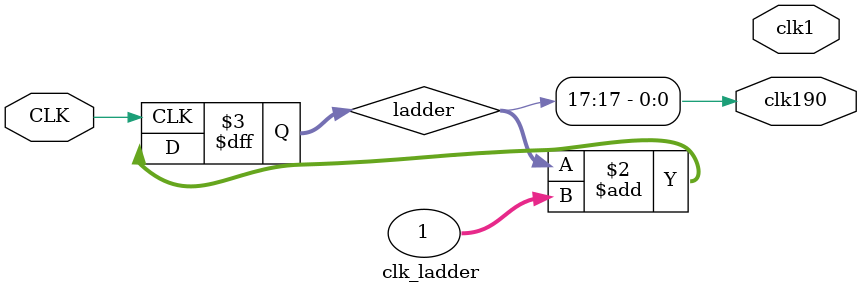
<source format=sv>
module clk_ladder #(parameter N = 32)
(
	input CLK, 
	output logic clk190, clk1
);
	logic [N-1:0] ladder;
	
	always_ff @(negedge CLK) 
		ladder <= ladder + 1;
	
	assign clk190 = ladder[17];	// 50MHz/2^n+1
	
endmodule 
</source>
